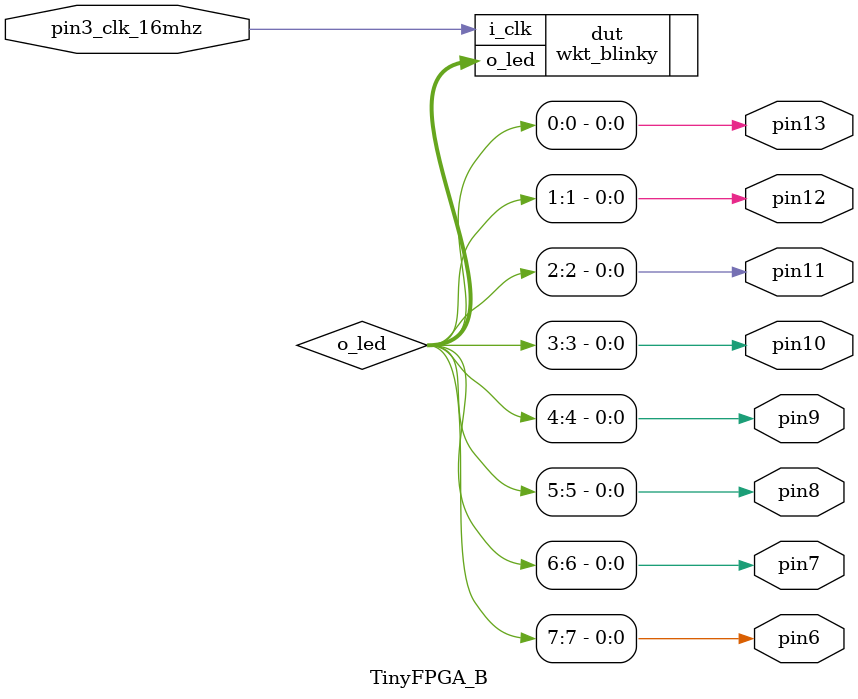
<source format=v>

`include "wkt_blinky.v"

module TinyFPGA_B (
  //output pin1_usb_dp,
  //inout pin2_usb_dn,
  input pin3_clk_16mhz,
  //output pin4,
  //output pin5,
  output pin6,
  output pin7,
  output pin8,
  output pin9,
  output pin10,
  output pin11,
  output pin12,
  output pin13,
  //inout pin14_sdo,
  //inout pin15_sdi,
  //inout pin16_sck,
  //inout pin17_ss,
  //inout pin18,
  //inout pin19,
  //inout pin20,
  //inout pin21,
  //inout pin22,
  //inout pin23,
  //inout pin24
);

  // Connect eight LEDs to pins 6 to 13
  wire [7:0]     o_led;
  assign pin6 =  o_led[7];
  assign pin7 =  o_led[6];
  assign pin8 =  o_led[5];
  assign pin9 =  o_led[4];
  assign pin10 = o_led[3];
  assign pin11 = o_led[2];
  assign pin12 = o_led[1];
  assign pin13 = o_led[0];

  // Attach the blinky module to the clock and the LED pins
  wkt_blinky dut(.i_clk(pin3_clk_16mhz), .o_led(o_led));
endmodule

</source>
